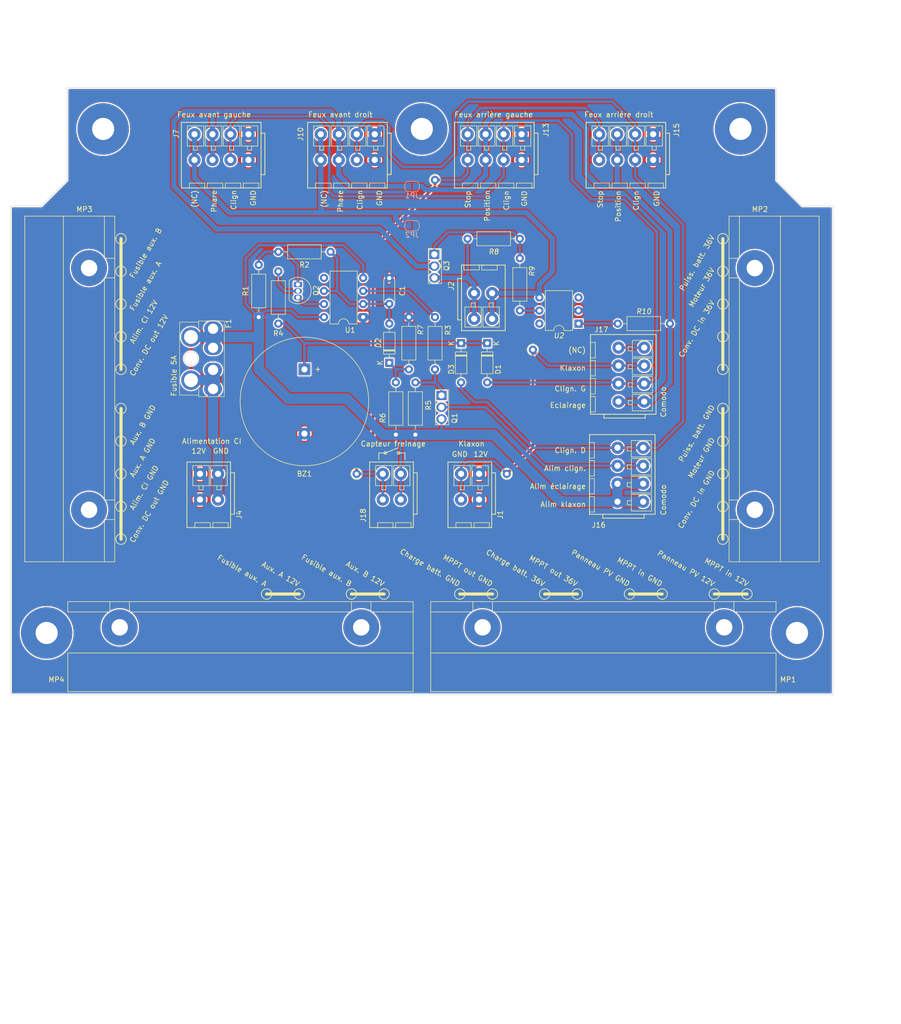
<source format=kicad_pcb>
(kicad_pcb (version 20211014) (generator pcbnew)

  (general
    (thickness 1.6)
  )

  (paper "A4")
  (layers
    (0 "F.Cu" signal)
    (31 "B.Cu" signal)
    (32 "B.Adhes" user "B.Adhesive")
    (33 "F.Adhes" user "F.Adhesive")
    (34 "B.Paste" user)
    (35 "F.Paste" user)
    (36 "B.SilkS" user "B.Silkscreen")
    (37 "F.SilkS" user "F.Silkscreen")
    (38 "B.Mask" user)
    (39 "F.Mask" user)
    (40 "Dwgs.User" user "User.Drawings")
    (41 "Cmts.User" user "User.Comments")
    (42 "Eco1.User" user "User.Eco1")
    (43 "Eco2.User" user "User.Eco2")
    (44 "Edge.Cuts" user)
    (45 "Margin" user)
    (46 "B.CrtYd" user "B.Courtyard")
    (47 "F.CrtYd" user "F.Courtyard")
    (48 "B.Fab" user)
    (49 "F.Fab" user)
    (50 "User.1" user)
    (51 "User.2" user)
    (52 "User.3" user)
    (53 "User.4" user)
    (54 "User.5" user)
    (55 "User.6" user)
    (56 "User.7" user)
    (57 "User.8" user)
    (58 "User.9" user)
  )

  (setup
    (stackup
      (layer "F.SilkS" (type "Top Silk Screen"))
      (layer "F.Paste" (type "Top Solder Paste"))
      (layer "F.Mask" (type "Top Solder Mask") (thickness 0.01))
      (layer "F.Cu" (type "copper") (thickness 0.035))
      (layer "dielectric 1" (type "core") (thickness 1.51) (material "FR4") (epsilon_r 4.5) (loss_tangent 0.02))
      (layer "B.Cu" (type "copper") (thickness 0.035))
      (layer "B.Mask" (type "Bottom Solder Mask") (thickness 0.01))
      (layer "B.Paste" (type "Bottom Solder Paste"))
      (layer "B.SilkS" (type "Bottom Silk Screen"))
      (copper_finish "None")
      (dielectric_constraints no)
    )
    (pad_to_mask_clearance 0)
    (pcbplotparams
      (layerselection 0x00010e0_ffffffff)
      (disableapertmacros false)
      (usegerberextensions false)
      (usegerberattributes true)
      (usegerberadvancedattributes true)
      (creategerberjobfile true)
      (svguseinch false)
      (svgprecision 6)
      (excludeedgelayer true)
      (plotframeref false)
      (viasonmask false)
      (mode 1)
      (useauxorigin false)
      (hpglpennumber 1)
      (hpglpenspeed 20)
      (hpglpendiameter 15.000000)
      (dxfpolygonmode true)
      (dxfimperialunits true)
      (dxfusepcbnewfont true)
      (psnegative false)
      (psa4output false)
      (plotreference true)
      (plotvalue true)
      (plotinvisibletext false)
      (sketchpadsonfab false)
      (subtractmaskfromsilk false)
      (outputformat 1)
      (mirror false)
      (drillshape 0)
      (scaleselection 1)
      (outputdirectory "")
    )
  )

  (net 0 "")
  (net 1 "GND")
  (net 2 "Net-(F1-Pad2)")
  (net 3 "Net-(D1-Pad2)")
  (net 4 "Net-(D3-Pad2)")
  (net 5 "/Phares")
  (net 6 "Net-(J13-Pad4)")
  (net 7 "Net-(J1-Pad2)")
  (net 8 "/Flasher/Out")
  (net 9 "unconnected-(J17-Pad4)")
  (net 10 "/12V_5A")
  (net 11 "Net-(Q1-Pad1)")
  (net 12 "Net-(C1-Pad1)")
  (net 13 "Net-(Q2-Pad1)")
  (net 14 "unconnected-(U1-Pad5)")
  (net 15 "Net-(Q2-Pad2)")
  (net 16 "/Flasher/Enable")
  (net 17 "Net-(Q2-Pad3)")
  (net 18 "Net-(R3-Pad1)")
  (net 19 "Net-(D2-Pad1)")
  (net 20 "Net-(J2-Pad1)")
  (net 21 "Net-(J10-Pad4)")
  (net 22 "Net-(J10-Pad3)")
  (net 23 "Net-(Q3-Pad1)")
  (net 24 "Net-(R9-Pad2)")
  (net 25 "Net-(R10-Pad1)")
  (net 26 "unconnected-(U2-Pad3)")
  (net 27 "unconnected-(U2-Pad6)")

  (footprint "circuit:Wago_221-500_SplicingConnectorHolder" (layer "F.Cu") (at 95.25 82.55 90))

  (footprint "circuit:MountingHole_5mm" (layer "F.Cu") (at 87 130))

  (footprint "circuit:Buzzer_25x16_12.5" (layer "F.Cu") (at 137.16 78.74 -90))

  (footprint "circuit:Wago_221-500_SplicingConnectorHolder" (layer "F.Cu") (at 124.714 128.905 180))

  (footprint "circuit:Generic_FuseHolder_MINI" (layer "F.Cu") (at 119.38 70.85 -90))

  (footprint "Resistor_THT:R_Axial_DIN0207_L6.3mm_D2.5mm_P10.16mm_Horizontal" (layer "F.Cu") (at 168.91 53.34))

  (footprint "circuit:TerminalBlock_Wago_2601-3102_1x02_P3.50mm_Vertical" (layer "F.Cu") (at 120.340003 104.06 180))

  (footprint "Resistor_THT:R_Axial_DIN0207_L6.3mm_D2.5mm_P10.16mm_Horizontal" (layer "F.Cu") (at 162.56 68.58 -90))

  (footprint "circuit:MountingHole_5mm" (layer "F.Cu") (at 98 32))

  (footprint "circuit:TerminalBlock_Wago_2601-3104_1x04_P3.50mm_Vertical" (layer "F.Cu") (at 179.410004 38.02 180))

  (footprint "Package_DIP:DIP-8_W7.62mm" (layer "F.Cu") (at 148.59 68.58 180))

  (footprint "circuit:Strap_D2.0mm_Drill1.0mm" (layer "F.Cu") (at 176.53 99.06))

  (footprint "circuit:TerminalBlock_Wago_2601-3104_1x04_P3.50mm_Vertical" (layer "F.Cu") (at 205.010004 38.02 180))

  (footprint "Resistor_THT:R_Axial_DIN0207_L6.3mm_D2.5mm_P10.16mm_Horizontal" (layer "F.Cu") (at 179.07 57.15 -90))

  (footprint "circuit:MountingHole_5mm" (layer "F.Cu") (at 222 32))

  (footprint "Diode_THT:D_DO-35_SOD27_P7.62mm_Horizontal" (layer "F.Cu") (at 172.72 73.66 -90))

  (footprint "Resistor_THT:R_Axial_DIN0207_L6.3mm_D2.5mm_P10.16mm_Horizontal" (layer "F.Cu") (at 198.12 69.85))

  (footprint "circuit:TO-92L_Inline" (layer "F.Cu") (at 135.89 62.23 -90))

  (footprint "circuit:TerminalBlock_Wago_2601-3104_1x04_P3.50mm_Vertical" (layer "F.Cu") (at 126.270004 38.02 180))

  (footprint "circuit:TO-251-3_Vertical" (layer "F.Cu") (at 162.44 56.38 -90))

  (footprint "Resistor_THT:R_Axial_DIN0207_L6.3mm_D2.5mm_P10.16mm_Horizontal" (layer "F.Cu") (at 157.48 78.74 90))

  (footprint "circuit:TerminalBlock_Wago_2601-3104_1x04_P3.50mm_Vertical" (layer "F.Cu") (at 198.07 104.480004 90))

  (footprint "Resistor_THT:R_Axial_DIN0207_L6.3mm_D2.5mm_P10.16mm_Horizontal" (layer "F.Cu") (at 158.75 91.44 90))

  (footprint "circuit:Wago_221-500_SplicingConnectorHolder" (layer "F.Cu") (at 224.79 82.55 -90))

  (footprint "Resistor_THT:R_Axial_DIN0207_L6.3mm_D2.5mm_P10.16mm_Horizontal" (layer "F.Cu") (at 132.08 59.69 -90))

  (footprint "circuit:MountingHole_5mm" (layer "F.Cu") (at 160 32))

  (footprint "Resistor_THT:R_Axial_DIN0207_L6.3mm_D2.5mm_P10.16mm_Horizontal" (layer "F.Cu") (at 154.94 91.44 90))

  (footprint "circuit:Strap_D2.0mm_Drill1.0mm" (layer "F.Cu") (at 147.32 99.06))

  (footprint "Resistor_THT:R_Axial_DIN0207_L6.3mm_D2.5mm_P10.16mm_Horizontal" (layer "F.Cu") (at 128.27 68.58 90))

  (footprint "Resistor_THT:R_Axial_DIN0207_L6.3mm_D2.5mm_P10.16mm_Horizontal" (layer "F.Cu") (at 132.08 55.88))

  (footprint "circuit:Strap_D2.0mm_Drill1.0mm" (layer "F.Cu") (at 181.61 74.93))

  (footprint "Package_DIP:DIP-6_W7.62mm" (layer "F.Cu") (at 190.49 69.85 180))

  (footprint "Capacitor_THT:C_Disc_D4.3mm_W1.9mm_P5.00mm" (layer "F.Cu") (at 153.67 66 90))

  (footprint "circuit:Strap_D2.0mm_Drill1.0mm" (layer "F.Cu") (at 162.56 41.91))

  (footprint "circuit:TerminalBlock_Wago_2601-3102_1x02_P3.50mm_Vertical" (layer "F.Cu") (at 170.18 63.9199))

  (footprint "Diode_THT:D_DO-35_SOD27_P7.62mm_Horizontal" (layer "F.Cu") (at 167.64 73.66 -90))

  (footprint "circuit:TerminalBlock_Wago_2601-3102_1x02_P3.50mm_Vertical" (layer "F.Cu") (at 171.140003 104.06 180))

  (footprint "circuit:Wago_221-500_SplicingConnectorHolder" (layer "F.Cu") (at 195.326 128.905 180))

  (footprint "circuit:TerminalBlock_Wago_2601-3102_1x02_P3.50mm_Vertical" (layer "F.Cu") (at 155.900003 104.06 180))

  (footprint "circuit:TerminalBlock_Wago_2601-3104_1x04_P3.50mm_Vertical" (layer "F.Cu")
    (tedit 67E5B593) (tstamp f0bb7a02-0e1b-4bf1-a79e-b4feecadb0c8)
    (at 198.2698 85.014998 90)
    (tags "Wago 2601-3104")
    (property "Sheetfile" "circuit.kicad_sch")
    (property "Sheetname" "")
    (path "/90f52f81-ab5d-4820-9fad-61f0087c4bbf")
    (attr through_hole)
    (fp_text reference "J17" (at 14.014998 -4.7698 unlocked) (layer "F.SilkS")
      (effects (font (size 1 1) (thickness 0.15)) (justify left))
      (tstamp 00f6a67c-a032-469e-9560-b139d4e1b4a7)
    )
    (fp_text value "Conn_Comodo_B" (at 4.925002 -2.9599 90 unlocked) (layer "F.Fab")
      (effects (font (size 1 1) (thickness 0.15)))
      (tstamp 4d65018e-4d1b-43c4-a8bd-5faea86df2b4)
    )
    (fp_text user "${REFERENCE}" (at -2.5 -3.5 90 unlocked) (layer "F.Fab")
      (effects (font (size 1 1) (thickness 0.15)) (justify left))
      (tstamp 382ce14f-0b78-4c2d-9fe1-67023cc607e4)
    )
    (fp_line (start 9.900004 1.9) (end 9.900004 2.7) (layer "F.SilkS") (width 0.12) (tstamp 0f81970b-f55e-4039-a8ff-40c0a07bab88))
    (fp_line (start -2.449998 -2.849999) (end -3.199999 -2.849999) (layer "F.SilkS") (width 0.1524) (tstamp 28449fbe-c83c-4caf-9302-16b9df6b395f))
    (fp_line (start 3.700004 2.7) (end 3.700004 1.9) (layer "F.SilkS") (width 0.12) (tstamp 2dc87334-fd40-4e01-9fef-3fdc57ef4547))
    (fp_line (start 11.500004 -5.5) (end 11.500004 -4.5) (layer "F.SilkS") (width 0.12) (tstamp 2de38d86-7c82-418c-99ca-14d4f0d099d3))
    (fp_line (start 8.700004 2.7) (end 11.900004 2.7) (layer "F.SilkS") (width 0.12) (tstamp 2f670aab-9e89-41fe-876d-bce239efa431))
    (fp_line (start 8.700004 6.6) (end 8.700004 2.7) (layer "F.SilkS") (width 0.12) (tstamp 355967bb-76d7-417b-99f5-a39dd20a6464))
    (fp_line (start 8.000004 -5.5) (end 8.000004 -4.5) (layer "F.SilkS") (width 0.12) (tstamp 3b15cc06-7d3c-4626-808e-cdda2174d896))
    (fp_line (start 7.200004 1.9) (end 6.400004 1.9) (layer "F.SilkS") (width 0.12) (tstamp 3d349242-813e-4b0d-b017-d7c82e86c036))
    (fp_line (start 5.200004 2.7) (end 8.400004 2.7) (layer "F.SilkS") (width 0.12) (tstamp 3f9478d4-122a-4960-956c-35916e723b41))
    (fp_line (start 8.400004 2.7) (end 8.400004 6.6) (layer "F.SilkS") (width 0.12) (tstamp 40305e0e-c9f1-49e6-9a11-38396c5aad44))
    (fp_line (start -2.449998 5.2) (end -3.199999 5.2) (layer "F.SilkS") (width 0.1524) (tstamp 4ca74f24-ecf3-4ff5-afc6-b10ba78ad56b))
    (fp_line (start 8.000004 -4.5) (end 5.000004 -4.5) (layer "F.SilkS") (width 0.12) (tstamp 4e9d9bbb-bb4b-4f71-a57a-a915249deb73))
    (fp_line (start 0.200004 1.9) (end -0.599996 1.9) (layer "F.SilkS") (width 0.12) (tstamp 518648e5-4c77-424a-b965-aef22f525c53))
    (fp_line (start 8.500004 -4.5) (end 8.500004 -5.5) (layer "F.SilkS") (width 0.12) (tstamp 5194aa52-8a01-4b48-9fe0-6f06965993f4))
    (fp_line (start 5.200004 6.6) (end 5.200004 2.7) (layer "F.SilkS") (width 0.12) (tstamp 580bcbef-c9c2-457f-8868-2dffbabb4aea))
    (fp_line (start 1.400004 6.6) (end -1.799996 6.6) (layer "F.SilkS") (width 0.12) (tstamp 67dceaff-b3ab-4673-8804-ffccf009d830))
    (fp_line (start -2.449999 7.300001) (end -2.449999 -5.449999) (layer "F.SilkS") (width 0.1524) (tstamp 6a44edfe-2ae4-4a26-af04-29021170551e))
    (fp_line (start 7.200004 2.7) (end 7.200004 1.9) (layer "F.SilkS") (width 0.12) (tstamp 6bac8064-9e5b-4360-8ae1-29dc97f679dc))
    (fp_line (start 8.400004 6.6) (end 5.200004 6.6) (layer "F.SilkS") (width 0.12) (tstamp 710a512b-7b56-4f7f-bfcb-35465a2e76f9))
    (fp_line (start -1.999996 -4.5) (end -1.999996 -5.5) (layer "F.SilkS") (width 0.12) (tstamp 76d14182-5fab-4f07-b34a-9bc7b5ea7c05))
    (fp_line (start 1.000004 -5.5) (end 1.000004 -4.5) (layer "F.SilkS") (width 0.12) (tstamp 79415c1b-cc22-4b7c-bc05-fd9d3e052059))
    (fp_line (start 11.900004 6.6) (end 8.700004 6.6) (layer "F.SilkS") (width 0.12) (tstamp 7aceb50e-cb67-4afd-9c8c-716237856cce))
    (fp_line (start 1.500004 -4.5) (end 1.500004 -5.5) (layer "F.SilkS") (width 0.12) (tstamp 7dc8afb2-47e3-4136-9ae3-dbe9b5c6384f))
    (fp_line (start 2.900004 1.9) (end 2.900004 2.7) (layer "F.SilkS") (width 0.12) (tstamp 7f0652db-34e0-4fb2-8abe-37eb1d07dc0f))
    (fp_line (start 1.000004 -4.5) (end -1.999996 -4.5) (layer "F.SilkS") (width 0.12) (tstamp 8d059e65-4e84-42b9-8a98-f1a833ba10dc))
    (fp_line (start 10.700004 2.7) (end 10.700004 1.9) (layer "F.SilkS") (width 0.12) (tstamp 91c13ed2-1035-4e8a-b348-26e573bcfce9))
    (fp_line (start 4.500004 -4.5) (end 1.500004 -4.5) (layer "F.SilkS") (width 0.12) (tstamp 922db659-b88c-4732-a911-2b45c05f13fc))
    (fp_line (start 11.500004 -4.5) (end 8.500004 -4.5) (layer "F.SilkS") (width 0.12) (tstamp 94bbdd44-f7f7-4f1f-93b7-2ab019235a58))
    (fp_line (start 4.900004 2.7) (end 4.900004 6.6) (layer "F.SilkS") (width 0.12) (tstamp 9c465d0a-3acf-44e4-926b-a8e6ae8ccd7b))
    (fp_line (start -2.449999 7.300001) (end 13.050002 7.300001) (layer "F.SilkS") (width 0.1524) (tstamp 9c8e37e8-5fb2-4bbf-bf72-b7b396f9cb47))
    (fp_line (start -0.599996 1.9) (end -0.599996 2.7) (layer "F.SilkS") (width 0.12) (tstamp 9f7adb6b-5df9-4d03-b0e6-cbdba04bf2fb))
    (fp_line (start 13.050002 -5.449999) (end 13.050002 7.300001) (layer "F.SilkS") (width 0.1524) (tstamp a02123a2-48d6-42d7-8224-1acec1028ae3))
    (fp_line (start 3.700004 1.9) (end 2.900004 1.9) (layer "F.SilkS") (width 0.12) (tstamp aa519abb-0e99-4d57-a68c-08794f0a2550))
    (fp_line (start 1.400004 2.7) (end 1.400004 6.6) (layer "F.SilkS") (width 0.12) (tstamp ac060b34-f677-47ee-900d-de2d436a0594))
    (fp_line (start -2.449999 -5.449999) (end 13.050002 -5.449999) (layer "F.SilkS") (width 0.1524) (tstamp b3d2b3b2-eee3-4354-96ae-35ebc3a7e3fd))
    (fp_line (start -1.799996 2.7) (end 1.400004 2.7) (layer "F.SilkS") (width 0.12) (tstamp b5439700-fda7-4956-b08c-8949e60f6fe5))
    (fp_line (start 4.900004 6.6) (end 1.700004 6.6) (layer "F.SilkS") (width 0.12) (tstamp bc4499ed-d675-4463-a987-f8cd58a9102c))
    (fp_line (start -1.799996 6.6) (end -1.799996 2.7) (layer "F.SilkS") (width 0.12) (tstamp d026afe8-5538-4de1-aecf-36ce48ac0de0))
    (fp_line (start 0.200004 2.7) (end 0.200004 1.9) (layer "F.SilkS") (width 0.12) (tstamp d3a2aff2-5f28-4465-9188-48602e8e75cc))
    (fp_line (start 5.000004 -4.5) (end 5.000004 -5.5) (layer "F.SilkS") (width 0.12) (tstamp d96154b3-e481-4778-addc-507db9c3272d))
    (fp_line (start 1.700004 2.7) (end 4.900004 2.7) (layer "F.SilkS") (width 0.12) (tstamp e2bdcc34-a8c3-4e8f-a2ac-f5a61abfc6ba))
    (fp_line (start 11.900004 2.7) (end 11.900004 6.6) (layer "F.SilkS") (width 0.12) (tstamp e50054c1-942f-418a-bfd7-d248cd0d4c57))
    (fp_line (start 1.700004 6.6) (end 1.700004 2.7) (layer "F.SilkS") (width 0.12) (tstamp ec0b3062-fec8-4159-b282-3c3e632ad68c))
    (fp_line (start 10.700004 1.9) (end 9.900004 1.9) (layer "F.SilkS") (width 0.12) (tstamp f149694e-4336-45f7-8a0b-aed91118ad18))
    (fp_line (start 4.500004 -5.5) (end 4.500004 -4.5) (layer "F.SilkS") (width 0.12) (tstamp f98a1b91-9aa3-4c7d-9ab6-cc42f1ef1222))
    (fp_line (start -3.199999 5.2) (end -3.199999 -2.849999) (layer "F.SilkS") (width 0.1524) (tstamp fa554101-4328-4c98-9592-c6659e0acd71))
    (fp_line (start 6.400004 1.9) (end 6.400004 2.7) (layer "F.SilkS") (width 0.12) (tstamp fbdeacd2-5f57-493f-956d-539f97abf67b))
    (fp_line (start 13.304002 7.554001) (end 13.304002 -5.703999) (layer "F.CrtYd") (width 0.1524) (tstamp 110e359e-5f88-4430-8754-51124b3f8591))
    (fp_line (start -3.453998 7.554001) (end 13.304002 7.554001) (layer "F.CrtYd") (width 0.1524) (tstamp d80c7616-7cc4-4a44-a28a-538f77882cc1))
    (fp_line (start 13.304002 -5.703999) (end -3.453998 -5.703999) (layer "F.CrtYd") (width 0.1524) (tstamp f6dd3a30-118f-450f-a0e1-e755e60c59b2))
    (fp_line (start -3.453998 -5.703999) (end -3.453998 7.554001) (layer "F.CrtYd") (width 0.1524) (tstamp ffb2a04f-519f-4d64-837d-926b42c94e96))
    (fp_line (start 5.000004 -5.5) (end 8.000004 -5.5) (layer "F.Fab") (width 0.1) (tstamp 037de9aa-a34e-4431-8769-841d7d04060a))
    (fp_line (start 4.500004 -13.5) (end 1.500004 -13.5) (layer "F.Fab") (width 0.1) (tstamp 04c74dd5-f6c8-4c9d-8c28-3b17ac54986b))
    (fp_line (start -1.999996 -5.5) (end 1.000004 -5.5) (layer "F.Fab") (width 0.1) (tstamp 0653ab69-e029-4b96-ac20-3fc5f586df4c))
    (fp_line (start 11.500004 -5.5) (end 11.500004 -13.5) (layer "F.Fab") (width 0.1) (tstamp 18a17eb6-f45e-4c15-bce2-217ce6b1e774))
    (fp_line (start 4.500004 -5.5) (end 4.500004 -13.5) (layer "F.Fab") (width 0.1) (tstamp 264d62b2-4dce-43cb-8ed6-cc9704332239))
    (fp_line (start 8.000004 -13.5) (end 5.000004 -13.5) (layer "F.Fab") (width 0.1) (tstamp 2af80b09-e4ec-4fbf-9a6a-889b6439a0cb))
    (fp_line (start 8.000004 -5.5) (end 8.000004 -13.5) (layer "F.Fab") (width 0.1) (tstamp 2c831197-3673-4a55-945e-4f3263f57df0))
    (fp_line (start 1.500004 -13.5) (end 1.500004 -5.5) (layer "F.Fab") (width 0.1) (tstamp 2f4248fc-bac1-4746-8fce-b7d7e338527c))
    (fp_line (start -3.199999 5.2) (end -3.199999 -2.849999) (layer "F.Fab") (width 0.0254) (tstamp 5d335cde-5d82-409a-94b4-460411cc13b4))
    (fp_line (start 1.500004 -5.5) (end 4.500004 -5.5) (layer "F.Fab") (width 0.1) (tstamp 624700dd-baae-4a20-a2e6-b73e4b0e622b))
    (fp_line (start -2.449999 7.300001) (end -2.449999 -5.449999) (layer "F.Fab") (width 0.0254) (tstamp 6bd49631-1768-47cd-8529-b0e9abf84fcc))
    (fp_line (start -2.449998 5.2) (end -3.199999 5.2) (layer "F.Fab") (width 0.0254) (tstamp 7727d576-9cb7-40e7-a454-bc3de6719932))
    (fp_line (start 1.000004 -13.5) (end -1.999996 -13.5) (layer "F.Fab") (width 0.1) (tstamp 8258c8e2-5f0a-41a7-a67d-d3054f44d244))
    (fp_line (start 13.050002 -5.449999) (end 13.050002 7.300001) (layer "F.Fab") (width 0.0254) (tstamp 84625814-3c34-4997-9c1c-566a30048a0f))
    (fp_line (start 5.000004 -13.5) (end 5.000004 -5.5) (layer "F.Fab") (width 0.1) (tstamp 901ecf50-b5b1-4442-9f78-15fbc62c10b5))
    (fp_line (start -1.999996 -13.5) (end -1.999996 -5.5) (layer "F.Fab") (width 0.1) (tstamp a3d65116-caf8-44db-9529-7f66d3f2b20e))
    (fp_line (start -2.449999 7.300001) (end 13.050002 7.300001) (layer "F.Fab") (width 0.0254) (tstamp b28f3137-f7d9-42eb-8fa2-54c6b8433ccd))
    (fp_line (start 8.500004 -5.5) (end 11.500004 -5.5) (layer "F.Fab") (width 0.1) (tstamp b2e36d1d-3f98-4b91-bfed-417c09bb03e1))
    (fp_line (start 8.500004 -13.5) (end 8.500004 -5.5) (layer "F.Fab") (width 0.1) (tstamp b6faa3d1-9cab-4cf0-bbf1-abc808bc9059))
    (fp_line (start -2.449998 -2.849999) (end -3.199999 -2.849999) (layer "F.Fab") (width 0.0254) (tstamp baa08606-faaa-40a4-8243-f2559d90760d))
    (fp_line (start -2.449999 -5.449999) (end 13.050002 -5.449999) (layer "F.Fab") (width 0.0254) (tstamp c4416a0d-4e3c-4c32-a29d-3eba7ddf3012))
    (fp_line (start 11.500004 -13.5) (end 8.500004 -13.5) (layer "F.Fab") (width 0.1) (tstamp d585006f-9358-47f4-9303-a822a0a26736))
    (fp_line (start 1.000004 -5.5) (end 1.000004 -13.5) (layer "F.Fab") (width 0.1) (tstamp da4d06af-2dcb-4ea0-8ec1-6de34a3ad748))
    (pad "1" thru_hole circle (at 0 0 90) (size 2.4 2.4) (drill 1.2) (layers *.Cu *.Mask)
      (net 5 "/Phares") (pinfunction "Eclairage_Out") (pintype "passive") (tstamp 52f557c6-497a-45d3-b9e2-7c54cb5ca23a))
    (pad "1" thru_hole circle (at 0 5 90) (size 2.4 2.4) (dril
... [1141770 chars truncated]
</source>
